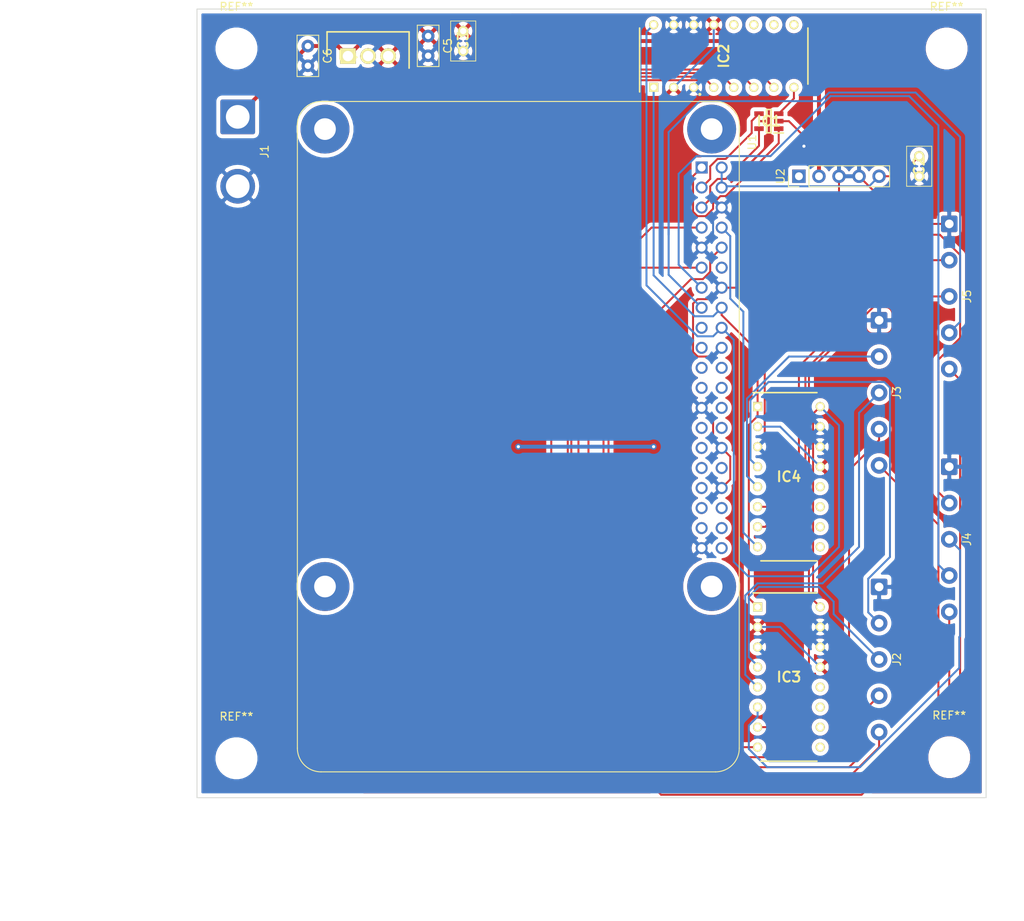
<source format=kicad_pcb>
(kicad_pcb (version 20171130) (host pcbnew "(5.1.12)-1")
  (layers (0 F.Cu signal) (31 B.Cu signal) (34 B.Paste user) (35 F.Paste user) (36 B.SilkS user) (37 F.SilkS user) (38 B.Mask user) (39 F.Mask user) (44 Edge.Cuts user))
  (net 0 "")
  (net 1 GND)
  (net 2 "5V(1)")
  (net 3 "5V(2)")
  (net 4 24V)
  (net 5 "Net-(IC1-Pad3)")
  (net 6 I2CSDA)
  (net 7 I2CSCL)
  (net 8 SB0)
  (net 9 Current_detect_1)
  (net 10 Current_detect_2)
  (net 11 Current_detect_3)
  (net 12 Current_detect_4)
  (net 13 SB1)
  (net 14 UART_TX)
  (net 15 H4_RX)
  (net 16 H3_RX)
  (net 17 H2_RX)
  (net 18 H1_RX)
  (net 19 H1_TX)
  (net 20 H2_TX)
  (net 21 H3_TX)
  (net 22 H4_TX)
  (net 23 UART_RX)
  (net 24 Switch_signal_1)
  (net 25 Switch_signal_2)
  (net 26 Switch_signal_3)
  (net 27 Switch_signal_4)
  (net 28 3V3)
  (net 29 "Net-(U1-PadS1)")
  (net 30 "Net-(U1-Pad19)")
  (net 31 "Net-(U1-Pad21)")
  (net 32 "Net-(U1-Pad23)")
  (net 33 "Net-(U1-Pad26)")
  (net 34 "Net-(U1-Pad29)")
  (net 35 "Net-(U1-Pad31)")
  (net 36 "Net-(U1-Pad33)")
  (net 37 "Net-(U1-Pad35)")
  (net 38 "Net-(U1-Pad37)")
  (net 39 "Net-(U1-Pad32)")
  (net 40 "Net-(U1-Pad36)")
  (net 41 "Net-(U1-Pad38)")
  (net 42 "Net-(U1-Pad40)")
  (net 43 "Net-(U2-Pad1)")
  (net 44 "Net-(IC2-Pad9)")
  (net 45 "Net-(IC2-Pad10)")
  (net 46 "Net-(IC2-Pad11)")
  (net 47 "Net-(IC2-Pad12)")
  (net 48 "Net-(IC3-Pad12)")
  (net 49 "Net-(IC3-Pad11)")
  (net 50 "Net-(IC3-Pad10)")
  (net 51 "Net-(IC3-Pad9)")
  (net 52 "Net-(IC4-Pad9)")
  (net 53 "Net-(IC4-Pad10)")
  (net 54 "Net-(IC4-Pad11)")
  (net 55 "Net-(IC4-Pad12)")
  (net 56 "Net-(U1-Pad24)")
  (net 57 "Net-(U1-Pad22)")
  (net 58 "Net-(U1-Pad12)")
  (net 59 "Net-(U1-Pad27)")
  (net 60 "Net-(U1-Pad28)")
  (module RPi:MODULE_RASPBERRY_PI_3_MODEL_B+ (layer F.Cu) (at 139.7 97.79 270)
    (fp_text reference U1 (at -37.325 -29.635 90) (layer F.SilkS))
    (fp_text value RASPBERRY_PI_3_MODEL_B+)
    (fp_circle (center -43.4 -23) (end -43.3 -23) (layer F.SilkS) (width 0.2))
    (fp_line (start 39.5 -28) (end -39.5 -28) (layer F.SilkS) (width 0.127))
    (fp_line (start 42.5 25) (end 42.5 -25) (layer F.SilkS) (width 0.127))
    (fp_line (start -39.5 28) (end 39.5 28) (layer F.SilkS) (width 0.127))
    (fp_line (start -42.5 -25) (end -42.5 25) (layer F.SilkS) (width 0.127))
    (fp_arc (start -39.5 25) (end -39.5 28) (angle 90) (layer F.SilkS) (width 0.127))
    (fp_arc (start 39.5 25) (end 42.5 25) (angle 90) (layer F.SilkS) (width 0.127))
    (fp_arc (start 39.5 -25) (end 39.5 -28) (angle 90) (layer F.SilkS) (width 0.127))
    (fp_arc (start -39.5 -25) (end -42.5 -25) (angle 90) (layer F.SilkS) (width 0.127))
    (pad S4 thru_hole circle (at -39 24.5 270) (size 6.2 6.2) (drill 2.75) (layers *.Cu *.Mask) (net 29 "Net-(U1-PadS1)"))
    (pad S3 thru_hole circle (at 19 24.5 270) (size 6.2 6.2) (drill 2.75) (layers *.Cu *.Mask) (net 29 "Net-(U1-PadS1)"))
    (pad S2 thru_hole circle (at 19 -24.5 270) (size 6.2 6.2) (drill 2.75) (layers *.Cu *.Mask) (net 29 "Net-(U1-PadS1)"))
    (pad S1 thru_hole circle (at -39 -24.5 270) (size 6.2 6.2) (drill 2.75) (layers *.Cu *.Mask) (net 29 "Net-(U1-PadS1)"))
    (pad 1 thru_hole rect (at -34.13 -23.23 270) (size 1.524 1.524) (drill 1.016) (layers *.Cu *.Mask) (net 28 3V3))
    (pad 3 thru_hole circle (at -31.59 -23.23 270) (size 1.524 1.524) (drill 1.016) (layers *.Cu *.Mask) (net 6 I2CSDA))
    (pad 5 thru_hole circle (at -29.05 -23.23 270) (size 1.524 1.524) (drill 1.016) (layers *.Cu *.Mask) (net 7 I2CSCL))
    (pad 7 thru_hole circle (at -26.51 -23.23 270) (size 1.524 1.524) (drill 1.016) (layers *.Cu *.Mask) (net 24 Switch_signal_1))
    (pad 9 thru_hole circle (at -23.97 -23.23 270) (size 1.524 1.524) (drill 1.016) (layers *.Cu *.Mask) (net 1 GND))
    (pad 11 thru_hole circle (at -21.43 -23.23 270) (size 1.524 1.524) (drill 1.016) (layers *.Cu *.Mask) (net 25 Switch_signal_2))
    (pad 2 thru_hole circle (at -34.13 -25.77 270) (size 1.524 1.524) (drill 1.016) (layers *.Cu *.Mask) (net 2 "5V(1)"))
    (pad 4 thru_hole circle (at -31.59 -25.77 270) (size 1.524 1.524) (drill 1.016) (layers *.Cu *.Mask) (net 2 "5V(1)"))
    (pad 6 thru_hole circle (at -29.05 -25.77 270) (size 1.524 1.524) (drill 1.016) (layers *.Cu *.Mask) (net 1 GND))
    (pad 8 thru_hole circle (at -26.51 -25.77 270) (size 1.524 1.524) (drill 1.016) (layers *.Cu *.Mask) (net 14 UART_TX))
    (pad 10 thru_hole circle (at -23.97 -25.77 270) (size 1.524 1.524) (drill 1.016) (layers *.Cu *.Mask) (net 23 UART_RX))
    (pad 12 thru_hole circle (at -21.43 -25.77 270) (size 1.524 1.524) (drill 1.016) (layers *.Cu *.Mask) (net 58 "Net-(U1-Pad12)"))
    (pad 13 thru_hole circle (at -18.89 -23.23 270) (size 1.524 1.524) (drill 1.016) (layers *.Cu *.Mask) (net 26 Switch_signal_3))
    (pad 14 thru_hole circle (at -18.89 -25.77 270) (size 1.524 1.524) (drill 1.016) (layers *.Cu *.Mask) (net 1 GND))
    (pad 15 thru_hole circle (at -16.35 -23.23 270) (size 1.524 1.524) (drill 1.016) (layers *.Cu *.Mask) (net 27 Switch_signal_4))
    (pad 17 thru_hole circle (at -13.81 -23.23 270) (size 1.524 1.524) (drill 1.016) (layers *.Cu *.Mask) (net 28 3V3))
    (pad 19 thru_hole circle (at -11.27 -23.23 270) (size 1.524 1.524) (drill 1.016) (layers *.Cu *.Mask) (net 30 "Net-(U1-Pad19)"))
    (pad 21 thru_hole circle (at -8.73 -23.23 270) (size 1.524 1.524) (drill 1.016) (layers *.Cu *.Mask) (net 31 "Net-(U1-Pad21)"))
    (pad 23 thru_hole circle (at -6.19 -23.23 270) (size 1.524 1.524) (drill 1.016) (layers *.Cu *.Mask) (net 32 "Net-(U1-Pad23)"))
    (pad 25 thru_hole circle (at -3.65 -23.23 270) (size 1.524 1.524) (drill 1.016) (layers *.Cu *.Mask) (net 1 GND))
    (pad 16 thru_hole circle (at -16.35 -25.77 270) (size 1.524 1.524) (drill 1.016) (layers *.Cu *.Mask) (net 8 SB0))
    (pad 18 thru_hole circle (at -13.81 -25.77 270) (size 1.524 1.524) (drill 1.016) (layers *.Cu *.Mask) (net 13 SB1))
    (pad 20 thru_hole circle (at -11.27 -25.77 270) (size 1.524 1.524) (drill 1.016) (layers *.Cu *.Mask) (net 1 GND))
    (pad 22 thru_hole circle (at -8.73 -25.77 270) (size 1.524 1.524) (drill 1.016) (layers *.Cu *.Mask) (net 57 "Net-(U1-Pad22)"))
    (pad 24 thru_hole circle (at -6.19 -25.77 270) (size 1.524 1.524) (drill 1.016) (layers *.Cu *.Mask) (net 56 "Net-(U1-Pad24)"))
    (pad 26 thru_hole circle (at -3.65 -25.77 270) (size 1.524 1.524) (drill 1.016) (layers *.Cu *.Mask) (net 33 "Net-(U1-Pad26)"))
    (pad 27 thru_hole circle (at -1.11 -23.23 270) (size 1.524 1.524) (drill 1.016) (layers *.Cu *.Mask) (net 59 "Net-(U1-Pad27)"))
    (pad 28 thru_hole circle (at -1.11 -25.77 270) (size 1.524 1.524) (drill 1.016) (layers *.Cu *.Mask) (net 60 "Net-(U1-Pad28)"))
    (pad 29 thru_hole circle (at 1.43 -23.23 270) (size 1.524 1.524) (drill 1.016) (layers *.Cu *.Mask) (net 34 "Net-(U1-Pad29)"))
    (pad 31 thru_hole circle (at 3.97 -23.23 270) (size 1.524 1.524) (drill 1.016) (layers *.Cu *.Mask) (net 35 "Net-(U1-Pad31)"))
    (pad 33 thru_hole circle (at 6.51 -23.23 270) (size 1.524 1.524) (drill 1.016) (layers *.Cu *.Mask) (net 36 "Net-(U1-Pad33)"))
    (pad 35 thru_hole circle (at 9.05 -23.23 270) (size 1.524 1.524) (drill 1.016) (layers *.Cu *.Mask) (net 37 "Net-(U1-Pad35)"))
    (pad 37 thru_hole circle (at 11.59 -23.23 270) (size 1.524 1.524) (drill 1.016) (layers *.Cu *.Mask) (net 38 "Net-(U1-Pad37)"))
    (pad 39 thru_hole circle (at 14.13 -23.23 270) (size 1.524 1.524) (drill 1.016) (layers *.Cu *.Mask) (net 1 GND))
    (pad 30 thru_hole circle (at 1.43 -25.77 270) (size 1.524 1.524) (drill 1.016) (layers *.Cu *.Mask) (net 1 GND))
    (pad 32 thru_hole circle (at 3.97 -25.77 270) (size 1.524 1.524) (drill 1.016) (layers *.Cu *.Mask) (net 39 "Net-(U1-Pad32)"))
    (pad 34 thru_hole circle (at 6.51 -25.77 270) (size 1.524 1.524) (drill 1.016) (layers *.Cu *.Mask) (net 1 GND))
    (pad 36 thru_hole circle (at 9.05 -25.77 270) (size 1.524 1.524) (drill 1.016) (layers *.Cu *.Mask) (net 40 "Net-(U1-Pad36)"))
    (pad 38 thru_hole circle (at 11.59 -25.77 270) (size 1.524 1.524) (drill 1.016) (layers *.Cu *.Mask) (net 41 "Net-(U1-Pad38)"))
    (pad 40 thru_hole circle (at 14.13 -25.77 270) (size 1.524 1.524) (drill 1.016) (layers *.Cu *.Mask) (net 42 "Net-(U1-Pad40)"))
  )
  (module MountingHole:MountingHole_4.3mm_M4 (layer F.Cu) (at 194.31 138.43)
    (fp_text reference REF** (at 0 -5.3) (layer F.SilkS))
    (fp_text value MountingHole_4.3mm_M4)
    (pad 1 np_thru_hole circle (at 0 0) (size 4.3 4.3) (drill 4.3) (layers *.Cu *.Mask))
  )
  (module Connector_Wire:SolderWire-0.5sqmm_1x05_P4.6mm_D0.9mm_OD2.1mm (layer F.Cu) (at 194.31 101.6 270)
    (fp_text reference J4 (at 9.2 -2.25 90) (layer F.SilkS))
    (fp_text value Conn_01x05_Female)
    (pad 5 thru_hole circle (at 18.4 0 270) (size 2.1 2.1) (drill 1.1) (layers *.Cu *.Mask) (net 11 Current_detect_3))
    (pad 4 thru_hole circle (at 13.8 0 270) (size 2.1 2.1) (drill 1.1) (layers *.Cu *.Mask) (net 26 Switch_signal_3))
    (pad 3 thru_hole circle (at 9.2 0 270) (size 2.1 2.1) (drill 1.1) (layers *.Cu *.Mask) (net 16 H3_RX))
    (pad 2 thru_hole circle (at 4.6 0 270) (size 2.1 2.1) (drill 1.1) (layers *.Cu *.Mask) (net 21 H3_TX))
    (pad 1 thru_hole roundrect (at 0 0 270) (size 2.1 2.1) (drill 1.1) (layers *.Cu *.Mask) (roundrect_rratio 0.119048) (net 1 GND))
  )
  (module MountingHole:MountingHole_4.3mm_M4 (layer F.Cu) (at 103.98 138.57)
    (fp_text reference REF** (at 0 -5.3) (layer F.SilkS))
    (fp_text value MountingHole_4.3mm_M4)
    (pad 1 np_thru_hole circle (at 0 0) (size 4.3 4.3) (drill 4.3) (layers *.Cu *.Mask))
  )
  (module MountingHole:MountingHole_4.3mm_M4 (layer F.Cu) (at 193.98 48.57)
    (fp_text reference REF** (at 0 -5.3) (layer F.SilkS))
    (fp_text value MountingHole_4.3mm_M4)
    (pad 1 np_thru_hole circle (at 0 0) (size 4.3 4.3) (drill 4.3) (layers *.Cu *.Mask))
  )
  (module MountingHole:MountingHole_4.3mm_M4 (layer F.Cu) (at 103.98 48.57)
    (fp_text reference REF** (at 0 -5.3) (layer F.SilkS))
    (fp_text value MountingHole_4.3mm_M4)
    (pad 1 np_thru_hole circle (at 0 0) (size 4.3 4.3) (drill 4.3) (layers *.Cu *.Mask))
  )
  (module ADG608BNZ:DIP794W56P254L2013H533Q16N (layer F.Cu) (at 165.735 49.53 90)
    (fp_text reference IC2 (at 0 0 90) (layer F.SilkS) (effects (font (size 1.27 1.27) (thickness 0.254))))
    (fp_text value ADG608BNZ hide)
    (fp_line (start -4.546 -10.665) (end 3.555 -10.665) (layer F.SilkS) (width 0.2))
    (fp_line (start -3.555 10.665) (end 3.555 10.665) (layer F.SilkS) (width 0.2))
    (pad 1 thru_hole rect (at -3.968 -8.89 180) (size 1.158 1.158) (drill 0.758) (layers *.Cu *.Mask F.SilkS) (net 8 SB0))
    (pad 2 thru_hole circle (at -3.968 -6.35 180) (size 1.158 1.158) (drill 0.758) (layers *.Cu *.Mask F.SilkS) (net 3 "5V(2)"))
    (pad 3 thru_hole circle (at -3.968 -3.81 180) (size 1.158 1.158) (drill 0.758) (layers *.Cu *.Mask F.SilkS) (net 1 GND))
    (pad 4 thru_hole circle (at -3.968 -1.27 180) (size 1.158 1.158) (drill 0.758) (layers *.Cu *.Mask F.SilkS) (net 9 Current_detect_1))
    (pad 5 thru_hole circle (at -3.968 1.27 180) (size 1.158 1.158) (drill 0.758) (layers *.Cu *.Mask F.SilkS) (net 10 Current_detect_2))
    (pad 6 thru_hole circle (at -3.968 3.81 180) (size 1.158 1.158) (drill 0.758) (layers *.Cu *.Mask F.SilkS) (net 11 Current_detect_3))
    (pad 7 thru_hole circle (at -3.968 6.35 180) (size 1.158 1.158) (drill 0.758) (layers *.Cu *.Mask F.SilkS) (net 12 Current_detect_4))
    (pad 8 thru_hole circle (at -3.968 8.89 180) (size 1.158 1.158) (drill 0.758) (layers *.Cu *.Mask F.SilkS) (net 5 "Net-(IC1-Pad3)"))
    (pad 9 thru_hole circle (at 3.968 8.89 180) (size 1.158 1.158) (drill 0.758) (layers *.Cu *.Mask F.SilkS) (net 44 "Net-(IC2-Pad9)"))
    (pad 10 thru_hole circle (at 3.968 6.35 180) (size 1.158 1.158) (drill 0.758) (layers *.Cu *.Mask F.SilkS) (net 45 "Net-(IC2-Pad10)"))
    (pad 11 thru_hole circle (at 3.968 3.81 180) (size 1.158 1.158) (drill 0.758) (layers *.Cu *.Mask F.SilkS) (net 46 "Net-(IC2-Pad11)"))
    (pad 12 thru_hole circle (at 3.968 1.27 180) (size 1.158 1.158) (drill 0.758) (layers *.Cu *.Mask F.SilkS) (net 47 "Net-(IC2-Pad12)"))
    (pad 13 thru_hole circle (at 3.968 -1.27 180) (size 1.158 1.158) (drill 0.758) (layers *.Cu *.Mask F.SilkS) (net 3 "5V(2)"))
    (pad 14 thru_hole circle (at 3.968 -3.81 180) (size 1.158 1.158) (drill 0.758) (layers *.Cu *.Mask F.SilkS) (net 1 GND))
    (pad 15 thru_hole circle (at 3.968 -6.35 180) (size 1.158 1.158) (drill 0.758) (layers *.Cu *.Mask F.SilkS) (net 1 GND))
    (pad 16 thru_hole circle (at 3.968 -8.89 180) (size 1.158 1.158) (drill 0.758) (layers *.Cu *.Mask F.SilkS) (net 13 SB1))
  )
  (module ADG608BNZ:DIP794W56P254L2013H533Q16N (layer F.Cu) (at 173.99 128.27)
    (fp_text reference IC3 (at 0 0) (layer F.SilkS) (effects (font (size 1.27 1.27) (thickness 0.254))))
    (fp_text value ADG608BNZ hide)
    (fp_line (start -3.555 10.665) (end 3.555 10.665) (layer F.SilkS) (width 0.2))
    (fp_line (start -4.546 -10.665) (end 3.555 -10.665) (layer F.SilkS) (width 0.2))
    (pad 16 thru_hole circle (at 3.968 -8.89 90) (size 1.158 1.158) (drill 0.758) (layers *.Cu *.Mask F.SilkS) (net 13 SB1))
    (pad 15 thru_hole circle (at 3.968 -6.35 90) (size 1.158 1.158) (drill 0.758) (layers *.Cu *.Mask F.SilkS) (net 1 GND))
    (pad 14 thru_hole circle (at 3.968 -3.81 90) (size 1.158 1.158) (drill 0.758) (layers *.Cu *.Mask F.SilkS) (net 1 GND))
    (pad 13 thru_hole circle (at 3.968 -1.27 90) (size 1.158 1.158) (drill 0.758) (layers *.Cu *.Mask F.SilkS) (net 3 "5V(2)"))
    (pad 12 thru_hole circle (at 3.968 1.27 90) (size 1.158 1.158) (drill 0.758) (layers *.Cu *.Mask F.SilkS) (net 48 "Net-(IC3-Pad12)"))
    (pad 11 thru_hole circle (at 3.968 3.81 90) (size 1.158 1.158) (drill 0.758) (layers *.Cu *.Mask F.SilkS) (net 49 "Net-(IC3-Pad11)"))
    (pad 10 thru_hole circle (at 3.968 6.35 90) (size 1.158 1.158) (drill 0.758) (layers *.Cu *.Mask F.SilkS) (net 50 "Net-(IC3-Pad10)"))
    (pad 9 thru_hole circle (at 3.968 8.89 90) (size 1.158 1.158) (drill 0.758) (layers *.Cu *.Mask F.SilkS) (net 51 "Net-(IC3-Pad9)"))
    (pad 8 thru_hole circle (at -3.968 8.89 90) (size 1.158 1.158) (drill 0.758) (layers *.Cu *.Mask F.SilkS) (net 23 UART_RX))
    (pad 7 thru_hole circle (at -3.968 6.35 90) (size 1.158 1.158) (drill 0.758) (layers *.Cu *.Mask F.SilkS) (net 15 H4_RX))
    (pad 6 thru_hole circle (at -3.968 3.81 90) (size 1.158 1.158) (drill 0.758) (layers *.Cu *.Mask F.SilkS) (net 16 H3_RX))
    (pad 5 thru_hole circle (at -3.968 1.27 90) (size 1.158 1.158) (drill 0.758) (layers *.Cu *.Mask F.SilkS) (net 17 H2_RX))
    (pad 4 thru_hole circle (at -3.968 -1.27 90) (size 1.158 1.158) (drill 0.758) (layers *.Cu *.Mask F.SilkS) (net 18 H1_RX))
    (pad 3 thru_hole circle (at -3.968 -3.81 90) (size 1.158 1.158) (drill 0.758) (layers *.Cu *.Mask F.SilkS) (net 1 GND))
    (pad 2 thru_hole circle (at -3.968 -6.35 90) (size 1.158 1.158) (drill 0.758) (layers *.Cu *.Mask F.SilkS) (net 3 "5V(2)"))
    (pad 1 thru_hole rect (at -3.968 -8.89 90) (size 1.158 1.158) (drill 0.758) (layers *.Cu *.Mask F.SilkS) (net 8 SB0))
  )
  (module ADG608BNZ:DIP794W56P254L2013H533Q16N (layer F.Cu) (at 173.99 102.87)
    (fp_text reference IC4 (at 0 0) (layer F.SilkS) (effects (font (size 1.27 1.27) (thickness 0.254))))
    (fp_text value ADG608BNZ hide)
    (fp_line (start -4.546 -10.665) (end 3.555 -10.665) (layer F.SilkS) (width 0.2))
    (fp_line (start -3.555 10.665) (end 3.555 10.665) (layer F.SilkS) (width 0.2))
    (pad 1 thru_hole rect (at -3.968 -8.89 90) (size 1.158 1.158) (drill 0.758) (layers *.Cu *.Mask F.SilkS) (net 8 SB0))
    (pad 2 thru_hole circle (at -3.968 -6.35 90) (size 1.158 1.158) (drill 0.758) (layers *.Cu *.Mask F.SilkS) (net 3 "5V(2)"))
    (pad 3 thru_hole circle (at -3.968 -3.81 90) (size 1.158 1.158) (drill 0.758) (layers *.Cu *.Mask F.SilkS) (net 1 GND))
    (pad 4 thru_hole circle (at -3.968 -1.27 90) (size 1.158 1.158) (drill 0.758) (layers *.Cu *.Mask F.SilkS) (net 19 H1_TX))
    (pad 5 thru_hole circle (at -3.968 1.27 90) (size 1.158 1.158) (drill 0.758) (layers *.Cu *.Mask F.SilkS) (net 20 H2_TX))
    (pad 6 thru_hole circle (at -3.968 3.81 90) (size 1.158 1.158) (drill 0.758) (layers *.Cu *.Mask F.SilkS) (net 21 H3_TX))
    (pad 7 thru_hole circle (at -3.968 6.35 90) (size 1.158 1.158) (drill 0.758) (layers *.Cu *.Mask F.SilkS) (net 22 H4_TX))
    (pad 8 thru_hole circle (at -3.968 8.89 90) (size 1.158 1.158) (drill 0.758) (layers *.Cu *.Mask F.SilkS) (net 14 UART_TX))
    (pad 9 thru_hole circle (at 3.968 8.89 90) (size 1.158 1.158) (drill 0.758) (layers *.Cu *.Mask F.SilkS) (net 52 "Net-(IC4-Pad9)"))
    (pad 10 thru_hole circle (at 3.968 6.35 90) (size 1.158 1.158) (drill 0.758) (layers *.Cu *.Mask F.SilkS) (net 53 "Net-(IC4-Pad10)"))
    (pad 11 thru_hole circle (at 3.968 3.81 90) (size 1.158 1.158) (drill 0.758) (layers *.Cu *.Mask F.SilkS) (net 54 "Net-(IC4-Pad11)"))
    (pad 12 thru_hole circle (at 3.968 1.27 90) (size 1.158 1.158) (drill 0.758) (layers *.Cu *.Mask F.SilkS) (net 55 "Net-(IC4-Pad12)"))
    (pad 13 thru_hole circle (at 3.968 -1.27 90) (size 1.158 1.158) (drill 0.758) (layers *.Cu *.Mask F.SilkS) (net 3 "5V(2)"))
    (pad 14 thru_hole circle (at 3.968 -3.81 90) (size 1.158 1.158) (drill 0.758) (layers *.Cu *.Mask F.SilkS) (net 1 GND))
    (pad 15 thru_hole circle (at 3.968 -6.35 90) (size 1.158 1.158) (drill 0.758) (layers *.Cu *.Mask F.SilkS) (net 1 GND))
    (pad 16 thru_hole circle (at 3.968 -8.89 90) (size 1.158 1.158) (drill 0.758) (layers *.Cu *.Mask F.SilkS) (net 13 SB1))
  )
  (module C320C104J3G5TA:C320C104J3G5TA (layer F.Cu) (at 190.5 62.23 270)
    (fp_text reference C2 (at 1.27 0 90) (layer F.SilkS) (effects (font (size 1.27 1.27) (thickness 0.254))))
    (fp_text value 100pF hide)
    (fp_line (start -1.27 1.59) (end -1.27 -1.59) (layer F.SilkS) (width 0.1))
    (fp_line (start 3.81 1.59) (end -1.27 1.59) (layer F.SilkS) (width 0.1))
    (fp_line (start 3.81 -1.59) (end 3.81 1.59) (layer F.SilkS) (width 0.1))
    (fp_line (start -1.27 -1.59) (end 3.81 -1.59) (layer F.SilkS) (width 0.1))
    (pad 2 thru_hole circle (at 2.54 0) (size 1.316 1.316) (drill 0.81) (layers *.Cu *.Mask F.SilkS) (net 1 GND))
    (pad 1 thru_hole circle (at 0 0) (size 1.316 1.316) (drill 0.81) (layers *.Cu *.Mask F.SilkS) (net 2 "5V(1)"))
  )
  (module C320C104J3G5TA:C320C104J3G5TA (layer F.Cu) (at 132.715 48.895 90)
    (fp_text reference C3 (at 1.27 0 90) (layer F.SilkS) (effects (font (size 1.27 1.27) (thickness 0.254))))
    (fp_text value 100pF hide)
    (fp_line (start -1.27 -1.59) (end 3.81 -1.59) (layer F.SilkS) (width 0.1))
    (fp_line (start 3.81 -1.59) (end 3.81 1.59) (layer F.SilkS) (width 0.1))
    (fp_line (start 3.81 1.59) (end -1.27 1.59) (layer F.SilkS) (width 0.1))
    (fp_line (start -1.27 1.59) (end -1.27 -1.59) (layer F.SilkS) (width 0.1))
    (pad 1 thru_hole circle (at 0 0 180) (size 1.316 1.316) (drill 0.81) (layers *.Cu *.Mask F.SilkS) (net 1 GND))
    (pad 2 thru_hole circle (at 2.54 0 180) (size 1.316 1.316) (drill 0.81) (layers *.Cu *.Mask F.SilkS) (net 3 "5V(2)"))
  )
  (module Capacitor_THT:C_Disc_D5.0mm_W2.5mm_P2.50mm (layer F.Cu) (at 128.27 46.99 270)
    (fp_text reference C5 (at 1.25 -2.5 90) (layer F.SilkS))
    (fp_text value 10uF)
    (fp_line (start -1.37 -1.37) (end 3.87 -1.37) (layer F.SilkS) (width 0.12))
    (fp_line (start -1.37 1.37) (end 3.87 1.37) (layer F.SilkS) (width 0.12))
    (fp_line (start -1.37 -1.37) (end -1.37 1.37) (layer F.SilkS) (width 0.12))
    (fp_line (start 3.87 -1.37) (end 3.87 1.37) (layer F.SilkS) (width 0.12))
    (pad 2 thru_hole circle (at 2.5 0 270) (size 1.6 1.6) (drill 0.8) (layers *.Cu *.Mask) (net 1 GND))
    (pad 1 thru_hole circle (at 0 0 270) (size 1.6 1.6) (drill 0.8) (layers *.Cu *.Mask) (net 3 "5V(2)"))
  )
  (module Capacitor_THT:C_Disc_D5.0mm_W2.5mm_P2.50mm (layer F.Cu) (at 113.03 48.26 270)
    (fp_text reference C6 (at 1.25 -2.5 90) (layer F.SilkS))
    (fp_text value 10uF)
    (fp_line (start 3.87 -1.37) (end 3.87 1.37) (layer F.SilkS) (width 0.12))
    (fp_line (start -1.37 -1.37) (end -1.37 1.37) (layer F.SilkS) (width 0.12))
    (fp_line (start -1.37 1.37) (end 3.87 1.37) (layer F.SilkS) (width 0.12))
    (fp_line (start -1.37 -1.37) (end 3.87 -1.37) (layer F.SilkS) (width 0.12))
    (pad 1 thru_hole circle (at 0 0 270) (size 1.6 1.6) (drill 0.8) (layers *.Cu *.Mask) (net 4 24V))
    (pad 2 thru_hole circle (at 2.5 0 270) (size 1.6 1.6) (drill 0.8) (layers *.Cu *.Mask) (net 1 GND))
  )
  (module MCP3221A6T-E_OTVAO:SOT95P280X145-5N (layer F.Cu) (at 171.45 57.785 180)
    (fp_text reference IC1 (at 0 0) (layer F.SilkS) (effects (font (size 1.27 1.27) (thickness 0.254))))
    (fp_text value MCP3221A6T-E_OTVAO hide)
    (fp_line (start -0.3 -1.475) (end 0.3 -1.475) (layer F.SilkS) (width 0.2))
    (fp_line (start 0.3 -1.475) (end 0.3 1.475) (layer F.SilkS) (width 0.2))
    (fp_line (start 0.3 1.475) (end -0.3 1.475) (layer F.SilkS) (width 0.2))
    (fp_line (start -0.3 1.475) (end -0.3 -1.475) (layer F.SilkS) (width 0.2))
    (fp_line (start -1.85 -1.5) (end -0.65 -1.5) (layer F.SilkS) (width 0.2))
    (pad 1 smd rect (at -1.25 -0.95 270) (size 0.6 1.2) (layers F.Cu F.Paste F.Mask) (net 28 3V3))
    (pad 2 smd rect (at -1.25 0 270) (size 0.6 1.2) (layers F.Cu F.Paste F.Mask) (net 1 GND))
    (pad 3 smd rect (at -1.25 0.95 270) (size 0.6 1.2) (layers F.Cu F.Paste F.Mask) (net 5 "Net-(IC1-Pad3)"))
    (pad 4 smd rect (at 1.25 0.95 270) (size 0.6 1.2) (layers F.Cu F.Paste F.Mask) (net 6 I2CSDA))
    (pad 5 smd rect (at 1.25 -0.95 270) (size 0.6 1.2) (layers F.Cu F.Paste F.Mask) (net 7 I2CSCL))
  )
  (module Connector_Wire:SolderWire-2.5sqmm_1x02_P8.8mm_D2.4mm_OD4.4mm (layer F.Cu) (at 104.14 57.24 270)
    (fp_text reference J1 (at 4.4 -3.4 90) (layer F.SilkS))
    (fp_text value Conn_01x02_Female)
    (pad 1 thru_hole roundrect (at 0 0 270) (size 4.4 4.4) (drill 3) (layers *.Cu *.Mask) (roundrect_rratio 0.056818) (net 4 24V))
    (pad 2 thru_hole circle (at 8.8 0 270) (size 4.4 4.4) (drill 3) (layers *.Cu *.Mask) (net 1 GND))
  )
  (module Connector_Wire:SolderWire-0.5sqmm_1x05_P4.6mm_D0.9mm_OD2.1mm (layer F.Cu) (at 185.42 116.84 270)
    (fp_text reference J2 (at 9.2 -2.25 90) (layer F.SilkS))
    (fp_text value Conn_01x05_Female)
    (pad 1 thru_hole roundrect (at 0 0 270) (size 2.1 2.1) (drill 1.1) (layers *.Cu *.Mask) (roundrect_rratio 0.119048) (net 1 GND))
    (pad 2 thru_hole circle (at 4.6 0 270) (size 2.1 2.1) (drill 1.1) (layers *.Cu *.Mask) (net 19 H1_TX))
    (pad 3 thru_hole circle (at 9.2 0 270) (size 2.1 2.1) (drill 1.1) (layers *.Cu *.Mask) (net 18 H1_RX))
    (pad 4 thru_hole circle (at 13.8 0 270) (size 2.1 2.1) (drill 1.1) (layers *.Cu *.Mask) (net 24 Switch_signal_1))
    (pad 5 thru_hole circle (at 18.4 0 270) (size 2.1 2.1) (drill 1.1) (layers *.Cu *.Mask) (net 9 Current_detect_1))
  )
  (module Connector_Wire:SolderWire-0.5sqmm_1x05_P4.6mm_D0.9mm_OD2.1mm (layer F.Cu) (at 185.42 83.03 270)
    (fp_text reference J3 (at 9.2 -2.25 90) (layer F.SilkS))
    (fp_text value Conn_01x05_Female)
    (pad 5 thru_hole circle (at 18.4 0 270) (size 2.1 2.1) (drill 1.1) (layers *.Cu *.Mask) (net 10 Current_detect_2))
    (pad 4 thru_hole circle (at 13.8 0 270) (size 2.1 2.1) (drill 1.1) (layers *.Cu *.Mask) (net 25 Switch_signal_2))
    (pad 3 thru_hole circle (at 9.2 0 270) (size 2.1 2.1) (drill 1.1) (layers *.Cu *.Mask) (net 17 H2_RX))
    (pad 2 thru_hole circle (at 4.6 0 270) (size 2.1 2.1) (drill 1.1) (layers *.Cu *.Mask) (net 20 H2_TX))
    (pad 1 thru_hole roundrect (at 0 0 270) (size 2.1 2.1) (drill 1.1) (layers *.Cu *.Mask) (roundrect_rratio 0.119048) (net 1 GND))
  )
  (module Connector_Wire:SolderWire-0.5sqmm_1x05_P4.6mm_D0.9mm_OD2.1mm (layer F.Cu) (at 194.31 70.81 270)
    (fp_text reference J5 (at 9.2 -2.25 90) (layer F.SilkS))
    (fp_text value Conn_01x05_Female)
    (pad 5 thru_hole circle (at 18.4 0 270) (size 2.1 2.1) (drill 1.1) (layers *.Cu *.Mask) (net 12 Current_detect_4))
    (pad 4 thru_hole circle (at 13.8 0 270) (size 2.1 2.1) (drill 1.1) (layers *.Cu *.Mask) (net 27 Switch_signal_4))
    (pad 3 thru_hole circle (at 9.2 0 270) (size 2.1 2.1) (drill 1.1) (layers *.Cu *.Mask) (net 15 H4_RX))
    (pad 2 thru_hole circle (at 4.6 0 270) (size 2.1 2.1) (drill 1.1) (layers *.Cu *.Mask) (net 22 H4_TX))
    (pad 1 thru_hole roundrect (at 0 0 270) (size 2.1 2.1) (drill 1.1) (layers *.Cu *.Mask) (roundrect_rratio 0.119048) (net 1 GND))
  )
  (module Connector_PinHeader_2.54mm:PinHeader_1x05_P2.54mm_Vertical (layer F.Cu) (at 175.26 64.77 90)
    (fp_text reference U2 (at 0 -2.33 90) (layer F.SilkS))
    (fp_text value D24V50F5)
    (fp_line (start -1.33 -1.33) (end 0 -1.33) (layer F.SilkS) (width 0.12))
    (fp_line (start -1.33 0) (end -1.33 -1.33) (layer F.SilkS) (width 0.12))
    (fp_line (start -1.33 1.27) (end 1.33 1.27) (layer F.SilkS) (width 0.12))
    (fp_line (start 1.33 1.27) (end 1.33 11.49) (layer F.SilkS) (width 0.12))
    (fp_line (start -1.33 1.27) (end -1.33 11.49) (layer F.SilkS) (width 0.12))
    (fp_line (start -1.33 11.49) (end 1.33 11.49) (layer F.SilkS) (width 0.12))
    (pad 1 thru_hole rect (at 0 0 90) (size 1.7 1.7) (drill 1) (layers *.Cu *.Mask) (net 43 "Net-(U2-Pad1)"))
    (pad 2 thru_hole oval (at 0 2.54 90) (size 1.7 1.7) (drill 1) (layers *.Cu *.Mask) (net 4 24V))
    (pad 3 thru_hole oval (at 0 5.08 90) (size 1.7 1.7) (drill 1) (layers *.Cu *.Mask) (net 1 GND))
    (pad 4 thru_hole oval (at 0 7.62 90) (size 1.7 1.7) (drill 1) (layers *.Cu *.Mask) (net 1 GND))
    (pad 5 thru_hole oval (at 0 10.16 90) (size 1.7 1.7) (drill 1) (layers *.Cu *.Mask) (net 2 "5V(1)"))
  )
  (module L7805CV-DG:TO255P460X1020X2008-3P (layer F.Cu) (at 118.11 49.53)
    (fp_text reference U4 (at 0 0) (layer F.SilkS) (effects (font (size 1.27 1.27) (thickness 0.254))))
    (fp_text value L7805CV hide)
    (fp_line (start 7.75 1.53) (end 7.75 -3.07) (layer F.SilkS) (width 0.2))
    (fp_line (start 7.75 -3.07) (end -2.65 -3.07) (layer F.SilkS) (width 0.2))
    (fp_line (start -2.65 -3.07) (end -2.65 0) (layer F.SilkS) (width 0.2))
    (pad 1 thru_hole rect (at 0 0 90) (size 1.98 1.98) (drill 1.32) (layers *.Cu *.Mask F.SilkS) (net 4 24V))
    (pad 2 thru_hole circle (at 2.55 0 90) (size 1.98 1.98) (drill 1.32) (layers *.Cu *.Mask F.SilkS) (net 1 GND))
    (pad 3 thru_hole circle (at 5.1 0 90) (size 1.98 1.98) (drill 1.32) (layers *.Cu *.Mask F.SilkS) (net 3 "5V(2)"))
  )
  (gr_text "Model house control board" (at 104.14 96.52 270) (layer F.Cu) (effects (font (size 1.5 1.5) (thickness 0.3))))
  (gr_line (start 198.98 43.57) (end 198.98 143.57) (layer Edge.Cuts) (width 0.1))
  (gr_line (start 98.98 43.57) (end 198.98 43.57) (layer Edge.Cuts) (width 0.1))
  (gr_line (start 98.98 143.57) (end 98.98 43.57) (layer Edge.Cuts) (width 0.1))
  (gr_line (start 198.98 143.57) (end 98.98 143.57) (layer Edge.Cuts) (width 0.1))
  (segment (start 165.47 69.345002) (end 165.47 68.74) (width 0.25) (layer F.Cu) (net 1))
  (segment (start 188.92 70.81) (end 194.31 70.81) (width 0.25) (layer F.Cu) (net 1))
  (segment (start 182.88 64.77) (end 188.92 70.81) (width 0.25) (layer F.Cu) (net 1))
  (segment (start 164.382999 72.367001) (end 162.93 73.82) (width 0.25) (layer B.Cu) (net 1))
  (segment (start 164.382999 69.827001) (end 164.382999 72.367001) (width 0.25) (layer B.Cu) (net 1))
  (segment (start 165.47 68.74) (end 164.382999 69.827001) (width 0.25) (layer B.Cu) (net 1))
  (segment (start 170.926001 98.155999) (end 170.926001 80.929001) (width 0.25) (layer F.Cu) (net 1))
  (segment (start 170.022 99.06) (end 170.926001 98.155999) (width 0.25) (layer F.Cu) (net 1))
  (segment (start 168.897 78.9) (end 170.926001 80.929001) (width 0.25) (layer F.Cu) (net 1))
  (segment (start 164.36 87.63) (end 165.47 86.52) (width 0.25) (layer F.Cu) (net 1))
  (segment (start 162.431238 87.63) (end 164.36 87.63) (width 0.25) (layer F.Cu) (net 1))
  (segment (start 161.842999 87.041761) (end 162.431238 87.63) (width 0.25) (layer F.Cu) (net 1))
  (segment (start 161.842999 80.918239) (end 161.842999 87.041761) (width 0.25) (layer F.Cu) (net 1))
  (segment (start 162.408239 80.352999) (end 161.842999 80.918239) (width 0.25) (layer F.Cu) (net 1))
  (segment (start 164.017001 80.352999) (end 162.408239 80.352999) (width 0.25) (layer F.Cu) (net 1))
  (segment (start 165.47 78.9) (end 164.017001 80.352999) (width 0.25) (layer F.Cu) (net 1))
  (segment (start 180.34 64.77) (end 180.34 72.151412) (width 0.25) (layer F.Cu) (net 1))
  (segment (start 173.591412 78.9) (end 167.48 78.9) (width 0.25) (layer F.Cu) (net 1))
  (segment (start 180.34 72.151412) (end 173.591412 78.9) (width 0.25) (layer F.Cu) (net 1))
  (segment (start 167.48 78.9) (end 168.897 78.9) (width 0.25) (layer F.Cu) (net 1))
  (segment (start 165.47 78.9) (end 167.48 78.9) (width 0.25) (layer F.Cu) (net 1))
  (segment (start 175.895 60.96) (end 175.895 59.69) (width 0.25) (layer F.Cu) (net 1))
  (segment (start 173.99 57.785) (end 172.7 57.785) (width 0.25) (layer F.Cu) (net 1))
  (segment (start 175.895 59.69) (end 173.99 57.785) (width 0.25) (layer F.Cu) (net 1))
  (via (at 175.895 60.96) (size 0.8) (drill 0.4) (layers F.Cu B.Cu) (net 1))
  (segment (start 164.382999 98.132999) (end 164.382999 95.592999) (width 0.25) (layer F.Cu) (net 1))
  (segment (start 166.557001 100.307001) (end 166.557001 103.212999) (width 0.25) (layer F.Cu) (net 1))
  (segment (start 165.47 99.22) (end 166.557001 100.307001) (width 0.25) (layer F.Cu) (net 1))
  (segment (start 166.557001 103.212999) (end 165.47 104.3) (width 0.25) (layer F.Cu) (net 1))
  (segment (start 164.382999 95.592999) (end 162.93 94.14) (width 0.25) (layer F.Cu) (net 1))
  (segment (start 165.47 99.22) (end 164.382999 98.132999) (width 0.25) (layer F.Cu) (net 1))
  (segment (start 187.96 64.77) (end 190.5 62.23) (width 0.25) (layer F.Cu) (net 2))
  (segment (start 185.42 64.77) (end 184.15 66.04) (width 0.25) (layer B.Cu) (net 2))
  (segment (start 165.63 66.04) (end 165.47 66.2) (width 0.25) (layer B.Cu) (net 2))
  (segment (start 184.15 66.04) (end 165.63 66.04) (width 0.25) (layer B.Cu) (net 2))
  (segment (start 165.47 66.2) (end 165.47 63.66) (width 0.25) (layer B.Cu) (net 2))
  (segment (start 185.42 64.77) (end 187.96 64.77) (width 0.25) (layer F.Cu) (net 2))
  (segment (start 172.878 96.52) (end 177.958 101.6) (width 0.25) (layer B.Cu) (net 3))
  (segment (start 170.022 96.52) (end 172.878 96.52) (width 0.25) (layer B.Cu) (net 3))
  (segment (start 172.878 121.92) (end 177.958 127) (width 0.25) (layer B.Cu) (net 3))
  (segment (start 170.022 121.92) (end 172.878 121.92) (width 0.25) (layer B.Cu) (net 3))
  (via (at 139.7 99.06) (size 0.8) (drill 0.4) (layers F.Cu B.Cu) (net 3))
  (via (at 156.845 99.06) (size 0.8) (drill 0.4) (layers F.Cu B.Cu) (net 3))
  (segment (start 139.7 99.06) (end 156.21 99.06) (width 0.5) (layer B.Cu) (net 3))
  (segment (start 156.21 99.06) (end 156.845 99.06) (width 0.5) (layer B.Cu) (net 3))
  (segment (start 164.465 48.418) (end 159.385 53.498) (width 0.25) (layer B.Cu) (net 3))
  (segment (start 164.465 45.562) (end 164.465 48.418) (width 0.25) (layer B.Cu) (net 3))
  (segment (start 116.84 48.26) (end 118.11 49.53) (width 0.5) (layer F.Cu) (net 4))
  (segment (start 113.03 48.26) (end 116.84 48.26) (width 0.5) (layer F.Cu) (net 4))
  (segment (start 104.14 57.24) (end 102.78 57.24) (width 0.25) (layer F.Cu) (net 4))
  (segment (start 104.14 57.24) (end 104.14 57.15) (width 0.25) (layer F.Cu) (net 4))
  (segment (start 111.76 49.53) (end 113.03 48.26) (width 0.5) (layer F.Cu) (net 4))
  (segment (start 104.14 57.15) (end 111.76 49.53) (width 0.5) (layer F.Cu) (net 4))
  (segment (start 118.11 49.53) (end 118.11 49.44) (width 0.25) (layer B.Cu) (net 4))
  (segment (start 137.795 44.45) (end 123.19 44.45) (width 0.5) (layer F.Cu) (net 4))
  (segment (start 140.97 47.625) (end 137.795 44.45) (width 0.5) (layer F.Cu) (net 4))
  (segment (start 172.72 47.625) (end 140.97 47.625) (width 0.5) (layer F.Cu) (net 4))
  (segment (start 177.8 52.705) (end 172.72 47.625) (width 0.5) (layer F.Cu) (net 4))
  (segment (start 123.19 44.45) (end 118.11 49.53) (width 0.5) (layer F.Cu) (net 4))
  (segment (start 177.8 64.77) (end 177.8 52.705) (width 0.5) (layer F.Cu) (net 4))
  (segment (start 174.625 54.91) (end 172.7 56.835) (width 0.25) (layer F.Cu) (net 5))
  (segment (start 174.625 53.498) (end 174.625 54.91) (width 0.25) (layer F.Cu) (net 5))
  (segment (start 164.017001 65.112999) (end 162.93 66.2) (width 0.25) (layer F.Cu) (net 6))
  (segment (start 164.017001 63.504237) (end 164.017001 65.112999) (width 0.25) (layer F.Cu) (net 6))
  (segment (start 164.948239 62.572999) (end 164.017001 63.504237) (width 0.25) (layer F.Cu) (net 6))
  (segment (start 165.991761 62.572999) (end 164.948239 62.572999) (width 0.25) (layer F.Cu) (net 6))
  (segment (start 169.274999 59.289761) (end 165.991761 62.572999) (width 0.25) (layer F.Cu) (net 6))
  (segment (start 169.274999 57.760001) (end 169.274999 59.289761) (width 0.25) (layer F.Cu) (net 6))
  (segment (start 170.2 56.835) (end 169.274999 57.760001) (width 0.25) (layer F.Cu) (net 6))
  (segment (start 164.017001 66.044237) (end 164.017001 67.652999) (width 0.25) (layer F.Cu) (net 7))
  (segment (start 164.948239 65.112999) (end 164.017001 66.044237) (width 0.25) (layer F.Cu) (net 7))
  (segment (start 164.017001 67.652999) (end 162.93 68.74) (width 0.25) (layer F.Cu) (net 7))
  (segment (start 170.2 60.90476) (end 165.991761 65.112999) (width 0.25) (layer F.Cu) (net 7))
  (segment (start 165.991761 65.112999) (end 164.948239 65.112999) (width 0.25) (layer F.Cu) (net 7))
  (segment (start 170.2 58.735) (end 170.2 60.90476) (width 0.25) (layer F.Cu) (net 7))
  (segment (start 170.022 119.38) (end 168.91 118.268) (width 0.25) (layer F.Cu) (net 8))
  (segment (start 170.022 95.182078) (end 170.022 93.98) (width 0.25) (layer F.Cu) (net 8))
  (segment (start 168.91 96.294078) (end 170.022 95.182078) (width 0.25) (layer F.Cu) (net 8))
  (segment (start 168.91 118.268) (end 168.91 96.294078) (width 0.25) (layer F.Cu) (net 8))
  (segment (start 165.47 82.371238) (end 165.47 81.44) (width 0.25) (layer F.Cu) (net 8))
  (segment (start 170.022 86.923238) (end 165.47 82.371238) (width 0.25) (layer F.Cu) (net 8))
  (segment (start 170.022 93.98) (end 170.022 86.923238) (width 0.25) (layer F.Cu) (net 8))
  (segment (start 162.042241 82.527001) (end 164.382999 82.527001) (width 0.25) (layer B.Cu) (net 8))
  (segment (start 164.382999 82.527001) (end 165.47 81.44) (width 0.25) (layer B.Cu) (net 8))
  (segment (start 156.845 77.32976) (end 156.845 53.498) (width 0.25) (layer B.Cu) (net 8))
  (segment (start 162.042241 82.527001) (end 156.845 77.32976) (width 0.25) (layer B.Cu) (net 8))
  (segment (start 163.560999 52.593999) (end 164.465 53.498) (width 0.25) (layer F.Cu) (net 9))
  (segment (start 147.32 53.34) (end 148.066001 52.593999) (width 0.25) (layer F.Cu) (net 9))
  (segment (start 147.32 130.81) (end 147.32 53.34) (width 0.25) (layer F.Cu) (net 9))
  (segment (start 157.48 140.97) (end 147.32 130.81) (width 0.25) (layer F.Cu) (net 9))
  (segment (start 148.066001 52.593999) (end 163.560999 52.593999) (width 0.25) (layer F.Cu) (net 9))
  (segment (start 181.61 140.97) (end 157.48 140.97) (width 0.25) (layer F.Cu) (net 9))
  (segment (start 185.42 137.16) (end 181.61 140.97) (width 0.25) (layer F.Cu) (net 9))
  (segment (start 185.42 135.24) (end 185.42 137.16) (width 0.25) (layer F.Cu) (net 9))
  (segment (start 146.415999 130.542409) (end 146.415999 53.064079) (width 0.25) (layer F.Cu) (net 10))
  (segment (start 153.986795 138.113205) (end 146.415999 130.542409) (width 0.25) (layer F.Cu) (net 10))
  (segment (start 154.753599 138.880009) (end 153.986795 138.113205) (width 0.25) (layer F.Cu) (net 10))
  (segment (start 156.84359 140.97) (end 153.986795 138.113205) (width 0.25) (layer F.Cu) (net 10))
  (segment (start 158.11359 142.24) (end 156.84359 140.97) (width 0.25) (layer F.Cu) (net 10))
  (segment (start 181.61 142.24) (end 158.11359 142.24) (width 0.25) (layer F.Cu) (net 10))
  (segment (start 185.42 101.43) (end 192.934999 108.944999) (width 0.25) (layer F.Cu) (net 10))
  (segment (start 192.934999 130.915001) (end 186.69 137.16) (width 0.25) (layer F.Cu) (net 10))
  (segment (start 192.934999 108.944999) (end 192.934999 130.915001) (width 0.25) (layer F.Cu) (net 10))
  (segment (start 186.69 137.16) (end 181.61 142.24) (width 0.25) (layer F.Cu) (net 10))
  (segment (start 186.96501 136.88499) (end 186.69 137.16) (width 0.25) (layer F.Cu) (net 10))
  (segment (start 165.650989 52.143989) (end 167.005 53.498) (width 0.25) (layer F.Cu) (net 10))
  (segment (start 147.336089 52.143989) (end 165.650989 52.143989) (width 0.25) (layer F.Cu) (net 10))
  (segment (start 146.415999 53.064079) (end 147.336089 52.143989) (width 0.25) (layer F.Cu) (net 10))
  (segment (start 194.31 130.81) (end 194.31 120) (width 0.25) (layer F.Cu) (net 11))
  (segment (start 157.98216 142.74498) (end 182.37502 142.74498) (width 0.25) (layer F.Cu) (net 11))
  (segment (start 145.965989 130.728809) (end 157.98216 142.74498) (width 0.25) (layer F.Cu) (net 11))
  (segment (start 145.96599 52.877678) (end 145.965989 130.728809) (width 0.25) (layer F.Cu) (net 11))
  (segment (start 182.37502 142.74498) (end 194.31 130.81) (width 0.25) (layer F.Cu) (net 11))
  (segment (start 167.740979 51.693979) (end 169.545 53.498) (width 0.25) (layer F.Cu) (net 11))
  (segment (start 147.149689 51.693979) (end 167.740979 51.693979) (width 0.25) (layer F.Cu) (net 11))
  (segment (start 145.96599 52.877678) (end 147.149689 51.693979) (width 0.25) (layer F.Cu) (net 11))
  (segment (start 169.830969 51.243969) (end 172.085 53.498) (width 0.25) (layer F.Cu) (net 12))
  (segment (start 143.875999 52.339001) (end 144.971031 51.243969) (width 0.25) (layer F.Cu) (net 12))
  (segment (start 157.79576 143.19499) (end 143.875999 129.275229) (width 0.25) (layer F.Cu) (net 12))
  (segment (start 183.19501 143.19499) (end 157.79576 143.19499) (width 0.25) (layer F.Cu) (net 12))
  (segment (start 143.875999 129.275229) (end 143.875999 52.339001) (width 0.25) (layer F.Cu) (net 12))
  (segment (start 195.685001 130.704999) (end 183.19501 143.19499) (width 0.25) (layer F.Cu) (net 12))
  (segment (start 195.685001 90.585001) (end 195.685001 130.704999) (width 0.25) (layer F.Cu) (net 12))
  (segment (start 144.971031 51.243969) (end 169.830969 51.243969) (width 0.25) (layer F.Cu) (net 12))
  (segment (start 194.31 89.21) (end 195.685001 90.585001) (width 0.25) (layer F.Cu) (net 12))
  (segment (start 177.053999 94.884001) (end 177.958 93.98) (width 0.25) (layer F.Cu) (net 13))
  (segment (start 177.053999 118.475999) (end 177.053999 94.884001) (width 0.25) (layer F.Cu) (net 13))
  (segment (start 177.958 119.38) (end 177.053999 118.475999) (width 0.25) (layer F.Cu) (net 13))
  (segment (start 177.958 93.98) (end 180.34 96.362) (width 0.25) (layer B.Cu) (net 13))
  (segment (start 180.34 111.76) (end 176.610029 115.489971) (width 0.25) (layer B.Cu) (net 13))
  (segment (start 180.34 96.362) (end 180.34 111.76) (width 0.25) (layer B.Cu) (net 13))
  (segment (start 176.610029 115.489971) (end 168.829971 115.489971) (width 0.25) (layer B.Cu) (net 13))
  (segment (start 168.829971 115.489971) (end 167.007011 113.667011) (width 0.25) (layer B.Cu) (net 13))
  (segment (start 167.007011 85.517011) (end 165.47 83.98) (width 0.25) (layer B.Cu) (net 13))
  (segment (start 167.007011 113.667011) (end 167.007011 85.517011) (width 0.25) (layer B.Cu) (net 13))
  (segment (start 164.382999 85.067001) (end 165.47 83.98) (width 0.25) (layer B.Cu) (net 13))
  (segment (start 162.408239 85.067001) (end 164.382999 85.067001) (width 0.25) (layer B.Cu) (net 13))
  (segment (start 155.940999 46.466001) (end 156.845 45.562) (width 0.25) (layer B.Cu) (net 13))
  (segment (start 155.940999 78.599761) (end 155.940999 46.466001) (width 0.25) (layer B.Cu) (net 13))
  (segment (start 162.408239 85.067001) (end 155.940999 78.599761) (width 0.25) (layer B.Cu) (net 13))
  (segment (start 168.21798 109.95598) (end 170.022 111.76) (width 0.25) (layer B.Cu) (net 14))
  (segment (start 168.21798 81.942808) (end 168.21798 109.95598) (width 0.25) (layer B.Cu) (net 14))
  (segment (start 165.47 71.28) (end 166.557001 72.367001) (width 0.25) (layer B.Cu) (net 14))
  (segment (start 166.557001 72.367001) (end 166.557001 80.281829) (width 0.25) (layer B.Cu) (net 14))
  (segment (start 166.557001 80.281829) (end 168.21798 81.942808) (width 0.25) (layer B.Cu) (net 14))
  (segment (start 186.02681 80.01) (end 194.31 80.01) (width 0.25) (layer F.Cu) (net 15))
  (segment (start 176.53 89.50681) (end 186.02681 80.01) (width 0.25) (layer F.Cu) (net 15))
  (segment (start 176.53 130.81) (end 176.53 89.50681) (width 0.25) (layer F.Cu) (net 15))
  (segment (start 172.72 134.62) (end 176.53 130.81) (width 0.25) (layer F.Cu) (net 15))
  (segment (start 170.022 134.62) (end 172.72 134.62) (width 0.25) (layer F.Cu) (net 15))
  (segment (start 170.022 133.282078) (end 170.022 132.08) (width 0.25) (layer B.Cu) (net 16))
  (segment (start 168.91 134.394078) (end 170.022 133.282078) (width 0.25) (layer B.Cu) (net 16))
  (segment (start 171.224078 139.7) (end 168.91 137.385922) (width 0.25) (layer B.Cu) (net 16))
  (segment (start 182.995002 139.7) (end 171.224078 139.7) (width 0.25) (layer B.Cu) (net 16))
  (segment (start 168.91 137.385922) (end 168.91 134.394078) (width 0.25) (layer B.Cu) (net 16))
  (segment (start 195.58 127.115002) (end 182.995002 139.7) (width 0.25) (layer B.Cu) (net 16))
  (segment (start 195.685001 123.084999) (end 195.58 123.19) (width 0.25) (layer B.Cu) (net 16))
  (segment (start 195.58 123.19) (end 195.58 127.115002) (width 0.25) (layer B.Cu) (net 16))
  (segment (start 195.685001 112.175001) (end 195.685001 123.084999) (width 0.25) (layer B.Cu) (net 16))
  (segment (start 194.31 110.8) (end 195.685001 112.175001) (width 0.25) (layer B.Cu) (net 16))
  (segment (start 185.42 92.23) (end 182.88 94.77) (width 0.25) (layer B.Cu) (net 17))
  (segment (start 182.88 94.77) (end 182.88 111.76) (width 0.25) (layer B.Cu) (net 17))
  (segment (start 178.250009 116.389991) (end 169.9936 116.38999) (width 0.25) (layer B.Cu) (net 17))
  (segment (start 182.88 111.76) (end 178.250009 116.389991) (width 0.25) (layer B.Cu) (net 17))
  (segment (start 168.45999 127.97799) (end 170.022 129.54) (width 0.25) (layer B.Cu) (net 17))
  (segment (start 168.45999 117.9236) (end 168.45999 127.97799) (width 0.25) (layer B.Cu) (net 17))
  (segment (start 169.9936 116.38999) (end 168.45999 117.9236) (width 0.25) (layer B.Cu) (net 17))
  (segment (start 179.664001 120.284001) (end 179.664001 118.704001) (width 0.25) (layer B.Cu) (net 18))
  (segment (start 185.42 126.04) (end 179.664001 120.284001) (width 0.25) (layer B.Cu) (net 18))
  (segment (start 179.664001 118.704001) (end 177.8 116.84) (width 0.25) (layer B.Cu) (net 18))
  (segment (start 177.8 116.84) (end 170.18 116.84) (width 0.25) (layer B.Cu) (net 18))
  (segment (start 170.18 116.84) (end 168.91 118.11) (width 0.25) (layer B.Cu) (net 18))
  (segment (start 168.91 118.11) (end 168.91 125.73) (width 0.25) (layer B.Cu) (net 18))
  (segment (start 170.022 126.842) (end 170.022 127) (width 0.25) (layer B.Cu) (net 18))
  (segment (start 168.91 125.73) (end 170.022 126.842) (width 0.25) (layer B.Cu) (net 18))
  (segment (start 186.79501 113.0518) (end 184.04499 115.80182) (width 0.25) (layer B.Cu) (net 19))
  (segment (start 186.79501 91.570008) (end 186.79501 113.0518) (width 0.25) (layer B.Cu) (net 19))
  (segment (start 186.080001 90.854999) (end 186.79501 91.570008) (width 0.25) (layer B.Cu) (net 19))
  (segment (start 171.403999 90.854999) (end 186.080001 90.854999) (width 0.25) (layer B.Cu) (net 19))
  (segment (start 184.04499 115.80182) (end 184.04499 120.06499) (width 0.25) (layer B.Cu) (net 19))
  (segment (start 169.117999 93.140999) (end 171.403999 90.854999) (width 0.25) (layer B.Cu) (net 19))
  (segment (start 169.117999 100.695999) (end 169.117999 93.140999) (width 0.25) (layer B.Cu) (net 19))
  (segment (start 184.04499 120.06499) (end 185.42 121.44) (width 0.25) (layer B.Cu) (net 19))
  (segment (start 170.022 101.6) (end 169.117999 100.695999) (width 0.25) (layer B.Cu) (net 19))
  (segment (start 173.992588 87.63) (end 185.42 87.63) (width 0.25) (layer B.Cu) (net 20))
  (segment (start 168.66799 92.954598) (end 173.992588 87.63) (width 0.25) (layer B.Cu) (net 20))
  (segment (start 168.667989 102.785989) (end 168.66799 92.954598) (width 0.25) (layer B.Cu) (net 20))
  (segment (start 170.022 104.14) (end 168.667989 102.785989) (width 0.25) (layer B.Cu) (net 20))
  (segment (start 192.934999 88.020003) (end 192.934999 104.824999) (width 0.25) (layer F.Cu) (net 21))
  (segment (start 193.120012 72.18501) (end 195.685001 74.749999) (width 0.25) (layer F.Cu) (net 21))
  (segment (start 195.685001 74.749999) (end 195.685001 85.270001) (width 0.25) (layer F.Cu) (net 21))
  (segment (start 191.97499 72.18501) (end 193.120012 72.18501) (width 0.25) (layer F.Cu) (net 21))
  (segment (start 195.685001 85.270001) (end 192.934999 88.020003) (width 0.25) (layer F.Cu) (net 21))
  (segment (start 175.26 104.14) (end 175.26 88.9) (width 0.25) (layer F.Cu) (net 21))
  (segment (start 192.934999 104.824999) (end 194.31 106.2) (width 0.25) (layer F.Cu) (net 21))
  (segment (start 172.72 106.68) (end 175.26 104.14) (width 0.25) (layer F.Cu) (net 21))
  (segment (start 175.26 88.9) (end 191.97499 72.18501) (width 0.25) (layer F.Cu) (net 21))
  (segment (start 170.022 106.68) (end 172.72 106.68) (width 0.25) (layer F.Cu) (net 21))
  (segment (start 189.9904 75.41) (end 194.31 75.41) (width 0.25) (layer F.Cu) (net 22))
  (segment (start 176.079991 89.320409) (end 189.9904 75.41) (width 0.25) (layer F.Cu) (net 22))
  (segment (start 170.99999 109.22) (end 176.07999 104.14) (width 0.25) (layer F.Cu) (net 22))
  (segment (start 176.07999 104.14) (end 176.079991 89.320409) (width 0.25) (layer F.Cu) (net 22))
  (segment (start 170.022 109.22) (end 170.99999 109.22) (width 0.25) (layer F.Cu) (net 22))
  (segment (start 157.48 137.16) (end 151.13 130.81) (width 0.25) (layer F.Cu) (net 23))
  (segment (start 170.022 137.16) (end 157.48 137.16) (width 0.25) (layer F.Cu) (net 23))
  (segment (start 161.582001 77.812999) (end 151.13 88.265) (width 0.25) (layer F.Cu) (net 23))
  (segment (start 164.017001 76.881761) (end 163.085763 77.812999) (width 0.25) (layer F.Cu) (net 23))
  (segment (start 165.47 73.82) (end 164.017001 75.272999) (width 0.25) (layer F.Cu) (net 23))
  (segment (start 164.017001 75.272999) (end 164.017001 76.881761) (width 0.25) (layer F.Cu) (net 23))
  (segment (start 163.085763 77.812999) (end 161.582001 77.812999) (width 0.25) (layer F.Cu) (net 23))
  (segment (start 151.13 130.81) (end 151.13 88.265) (width 0.25) (layer F.Cu) (net 23))
  (segment (start 185.42 130.64) (end 182.88 133.18) (width 0.25) (layer F.Cu) (net 24))
  (segment (start 182.88 133.18) (end 182.88 138.43) (width 0.25) (layer F.Cu) (net 24))
  (segment (start 182.88 138.43) (end 181.61 139.7) (width 0.25) (layer F.Cu) (net 24))
  (segment (start 157.48 139.7) (end 148.59 130.81) (width 0.25) (layer F.Cu) (net 24))
  (segment (start 181.61 139.7) (end 157.48 139.7) (width 0.25) (layer F.Cu) (net 24))
  (segment (start 185.42 98.228592) (end 181.61 102.038592) (width 0.25) (layer F.Cu) (net 25))
  (segment (start 185.42 96.83) (end 185.42 98.228592) (width 0.25) (layer F.Cu) (net 25))
  (segment (start 181.61 102.038592) (end 181.61 135.89) (width 0.25) (layer F.Cu) (net 25))
  (segment (start 181.61 135.89) (end 179.07 138.43) (width 0.25) (layer F.Cu) (net 25))
  (segment (start 179.07 138.43) (end 157.48 138.43) (width 0.25) (layer F.Cu) (net 25))
  (segment (start 162.72 71.28) (end 162.93 71.28) (width 0.25) (layer B.Cu) (net 24))
  (segment (start 148.59 79.26718) (end 148.59 83.185) (width 0.25) (layer F.Cu) (net 24))
  (segment (start 156.57718 71.28) (end 148.59 79.26718) (width 0.25) (layer F.Cu) (net 24))
  (segment (start 162.93 71.28) (end 156.57718 71.28) (width 0.25) (layer F.Cu) (net 24))
  (segment (start 148.59 83.185) (end 148.59 80.54) (width 0.25) (layer F.Cu) (net 24))
  (segment (start 148.59 130.81) (end 148.59 83.185) (width 0.25) (layer F.Cu) (net 24))
  (segment (start 150.495 77.99859) (end 150.495 131.445) (width 0.25) (layer F.Cu) (net 25))
  (segment (start 152.13359 76.36) (end 150.495 77.99859) (width 0.25) (layer F.Cu) (net 25))
  (segment (start 162.93 76.36) (end 152.13359 76.36) (width 0.25) (layer F.Cu) (net 25))
  (segment (start 157.48 138.43) (end 150.495 131.445) (width 0.25) (layer F.Cu) (net 25))
  (segment (start 192.934999 114.024999) (end 194.31 115.4) (width 0.25) (layer B.Cu) (net 26))
  (segment (start 192.934999 58.314999) (end 192.934999 114.024999) (width 0.25) (layer B.Cu) (net 26))
  (segment (start 189.23 54.61) (end 192.934999 58.314999) (width 0.25) (layer B.Cu) (net 26))
  (segment (start 171.661997 62.215001) (end 179.266998 54.61) (width 0.25) (layer B.Cu) (net 26))
  (segment (start 179.266998 54.61) (end 189.23 54.61) (width 0.25) (layer B.Cu) (net 26))
  (segment (start 162.265997 62.215001) (end 171.661997 62.215001) (width 0.25) (layer B.Cu) (net 26))
  (segment (start 160.02 64.460998) (end 162.265997 62.215001) (width 0.25) (layer B.Cu) (net 26))
  (segment (start 160.02 75.99) (end 160.02 64.460998) (width 0.25) (layer B.Cu) (net 26))
  (segment (start 162.93 78.9) (end 160.02 75.99) (width 0.25) (layer B.Cu) (net 26))
  (segment (start 195.685001 83.234999) (end 195.685001 59.795001) (width 0.25) (layer B.Cu) (net 27))
  (segment (start 194.31 84.61) (end 195.685001 83.234999) (width 0.25) (layer B.Cu) (net 27))
  (segment (start 162.93 81.44) (end 158.75 77.26) (width 0.25) (layer B.Cu) (net 27))
  (segment (start 158.75 77.26) (end 158.75 70.485) (width 0.25) (layer B.Cu) (net 27))
  (segment (start 158.75 70.485) (end 158.75 72.18) (width 0.25) (layer B.Cu) (net 27))
  (segment (start 158.75 59.170998) (end 162.675998 55.245) (width 0.25) (layer B.Cu) (net 27))
  (segment (start 158.75 70.485) (end 158.75 59.170998) (width 0.25) (layer B.Cu) (net 27))
  (segment (start 190.04999 54.15999) (end 190.5 54.61) (width 0.25) (layer B.Cu) (net 27))
  (segment (start 162.675998 55.245) (end 177.995588 55.245) (width 0.25) (layer B.Cu) (net 27))
  (segment (start 179.080598 54.15999) (end 190.04999 54.15999) (width 0.25) (layer B.Cu) (net 27))
  (segment (start 177.995588 55.245) (end 179.080598 54.15999) (width 0.25) (layer B.Cu) (net 27))
  (segment (start 195.685001 59.795001) (end 190.5 54.61) (width 0.25) (layer B.Cu) (net 27))
  (segment (start 172.7 60.578762) (end 172.7 58.735) (width 0.25) (layer F.Cu) (net 28))
  (segment (start 165.991761 67.287001) (end 172.7 60.578762) (width 0.25) (layer F.Cu) (net 28))
  (segment (start 165.314237 67.287001) (end 165.991761 67.287001) (width 0.25) (layer F.Cu) (net 28))
  (segment (start 164.382999 68.218239) (end 165.314237 67.287001) (width 0.25) (layer F.Cu) (net 28))
  (segment (start 164.382999 68.895763) (end 164.382999 68.218239) (width 0.25) (layer F.Cu) (net 28))
  (segment (start 163.451761 69.827001) (end 164.382999 68.895763) (width 0.25) (layer F.Cu) (net 28))
  (segment (start 162.408239 69.827001) (end 163.451761 69.827001) (width 0.25) (layer F.Cu) (net 28))
  (segment (start 161.842999 69.261761) (end 162.408239 69.827001) (width 0.25) (layer F.Cu) (net 28))
  (segment (start 161.842999 64.747001) (end 161.842999 69.261761) (width 0.25) (layer F.Cu) (net 28))
  (segment (start 162.93 63.66) (end 161.842999 64.747001) (width 0.25) (layer F.Cu) (net 28))
  (zone (net 3) (net_name "5V(2)") (layer F.Cu) (connect_pads (clearance 0.508)) (min_thickness 0.254) (fill yes (arc_segments 32) (thermal_gap 0.508) (thermal_bridge_width 0.508))
    (polygon (pts (xy 199 143.5) (xy 120 143.5) (xy 120 43.5) (xy 199 43.5)))
  )
  (zone (net 1) (net_name GND) (layer B.Cu) (connect_pads (clearance 0.508)) (min_thickness 0.254) (fill yes (arc_segments 32) (thermal_gap 0.508) (thermal_bridge_width 0.508))
    (polygon (pts (xy 199 143.5) (xy 99 143.5) (xy 99 43.5) (xy 199 43.5)))
  )
)
</source>
